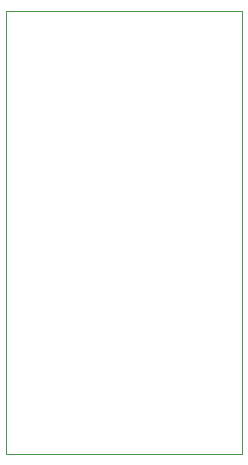
<source format=gbr>
%TF.GenerationSoftware,KiCad,Pcbnew,8.0.1*%
%TF.CreationDate,2024-04-18T20:01:03+02:00*%
%TF.ProjectId,jump,6a756d70-2e6b-4696-9361-645f70636258,rev?*%
%TF.SameCoordinates,Original*%
%TF.FileFunction,Profile,NP*%
%FSLAX46Y46*%
G04 Gerber Fmt 4.6, Leading zero omitted, Abs format (unit mm)*
G04 Created by KiCad (PCBNEW 8.0.1) date 2024-04-18 20:01:03*
%MOMM*%
%LPD*%
G01*
G04 APERTURE LIST*
%TA.AperFunction,Profile*%
%ADD10C,0.050000*%
%TD*%
G04 APERTURE END LIST*
D10*
X63500000Y-52000000D02*
X83500000Y-52000000D01*
X83500000Y-89500000D01*
X63500000Y-89500000D01*
X63500000Y-52000000D01*
M02*

</source>
